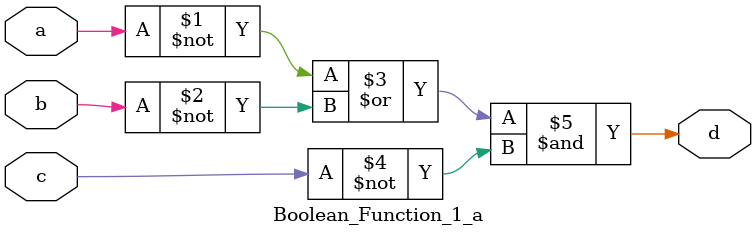
<source format=v>
`timescale 1ns / 1ps

module Boolean_Function_1_a (
    input a, b, c,
    output d
    );
    
    assign d = (~a | ~b) & ~c;
    
endmodule


</source>
